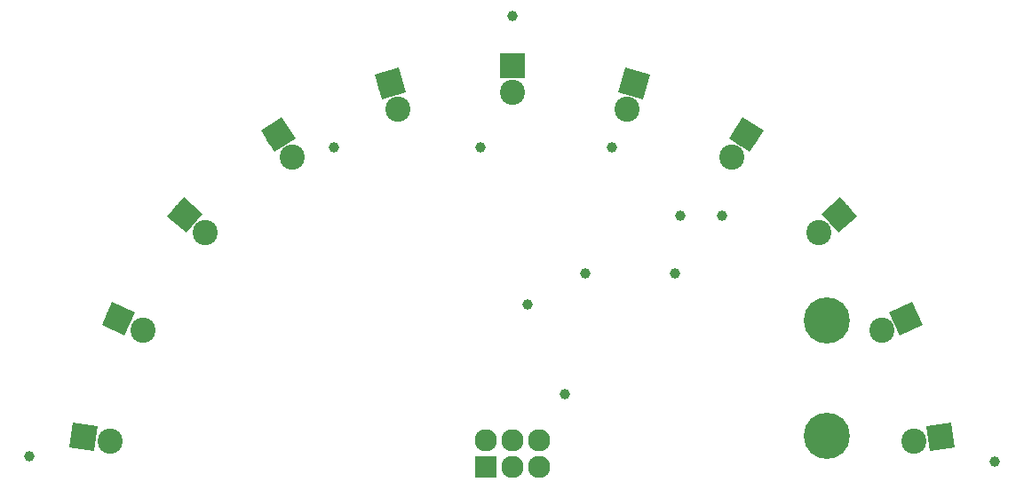
<source format=gbr>
G04 #@! TF.GenerationSoftware,KiCad,Pcbnew,5.0.0-rc2-dev-unknown*
G04 #@! TF.CreationDate,2018-06-18T21:32:58+02:00*
G04 #@! TF.ProjectId,thermometer-bausatz,746865726D6F6D657465722D62617573,rev?*
G04 #@! TF.SameCoordinates,PX3938700PY9896800*
G04 #@! TF.FileFunction,Soldermask,Top*
G04 #@! TF.FilePolarity,Negative*
%FSLAX46Y46*%
G04 Gerber Fmt 4.6, Leading zero omitted, Abs format (unit mm)*
G04 Created by KiCad (PCBNEW 5.0.0-rc2-dev-unknown) date Mon Jun 18 21:32:58 2018*
%MOMM*%
%LPD*%
G01*
G04 APERTURE LIST*
%ADD10C,2.400000*%
%ADD11C,0.100000*%
%ADD12R,2.400000X2.400000*%
%ADD13C,4.400500*%
%ADD14R,2.127200X2.127200*%
%ADD15O,2.127200X2.127200*%
%ADD16C,1.000000*%
G04 APERTURE END LIST*
D10*
X9150000Y5870000D03*
D11*
G36*
X10166577Y4511114D02*
X7791114Y4853423D01*
X8133423Y7228886D01*
X10508886Y6886577D01*
X10166577Y4511114D01*
X10166577Y4511114D01*
G37*
D10*
X11664032Y5507723D03*
X18810000Y27030000D03*
D11*
G36*
X18928381Y25337078D02*
X17117078Y26911619D01*
X18691619Y28722922D01*
X20502922Y27148381D01*
X18928381Y25337078D01*
X18928381Y25337078D01*
G37*
D10*
X20726962Y25363610D03*
X27690000Y34720000D03*
D11*
G36*
X27328475Y33061899D02*
X26031899Y35081525D01*
X28051525Y36378101D01*
X29348101Y34358475D01*
X27328475Y33061899D01*
X27328475Y33061899D01*
G37*
D10*
X29062210Y32582563D03*
X38370000Y39600000D03*
D11*
G36*
X37555034Y38111434D02*
X36881434Y40414966D01*
X39184966Y41088566D01*
X39858566Y38785034D01*
X37555034Y38111434D01*
X37555034Y38111434D01*
G37*
D10*
X39082893Y37162096D03*
D12*
X50000000Y41270000D03*
D10*
X50000000Y38730000D03*
X61630000Y39600000D03*
D11*
G36*
X60140013Y38787633D02*
X60817633Y41089987D01*
X63119987Y40412367D01*
X62442367Y38110013D01*
X60140013Y38787633D01*
X60140013Y38787633D01*
G37*
D10*
X60912853Y37163343D03*
X72310000Y34720000D03*
D11*
G36*
X70651270Y34361370D02*
X71951370Y36378730D01*
X73968730Y35078630D01*
X72668630Y33061270D01*
X70651270Y34361370D01*
X70651270Y34361370D01*
G37*
D10*
X70934061Y32584961D03*
X81190000Y27030000D03*
D11*
G36*
X79497287Y27151335D02*
X81311335Y28722713D01*
X82882713Y26908665D01*
X81068665Y25337287D01*
X79497287Y27151335D01*
X79497287Y27151335D01*
G37*
D10*
X79270132Y25366958D03*
X87540000Y17140000D03*
D11*
G36*
X85950415Y17734322D02*
X88134322Y18729585D01*
X89129585Y16545678D01*
X86945678Y15550415D01*
X85950415Y17734322D01*
X85950415Y17734322D01*
G37*
D10*
X85228698Y16086679D03*
X90850000Y5870000D03*
D11*
G36*
X89492890Y6888947D02*
X91868947Y7227110D01*
X92207110Y4851053D01*
X89831053Y4512890D01*
X89492890Y6888947D01*
X89492890Y6888947D01*
G37*
D10*
X88335340Y5512111D03*
D13*
X80000000Y6000000D03*
X80000000Y17000000D03*
D14*
X47460000Y3000000D03*
D15*
X47460000Y5540000D03*
X50000000Y3000000D03*
X50000000Y5540000D03*
X52540000Y3000000D03*
X52540000Y5540000D03*
D10*
X12460000Y17140000D03*
D11*
G36*
X13051546Y15549380D02*
X10869380Y16548454D01*
X11868454Y18730620D01*
X14050620Y17731546D01*
X13051546Y15549380D01*
X13051546Y15549380D01*
G37*
D10*
X14769460Y16082647D03*
D16*
X47000000Y33500000D03*
X66000000Y27000000D03*
X51500000Y18500000D03*
X57000000Y21500000D03*
X96000000Y3500000D03*
X4000000Y4000000D03*
X50000000Y46000000D03*
X33000000Y33500000D03*
X70000000Y27000000D03*
X59500000Y33500000D03*
X55000000Y10000000D03*
X65500000Y21500000D03*
M02*

</source>
